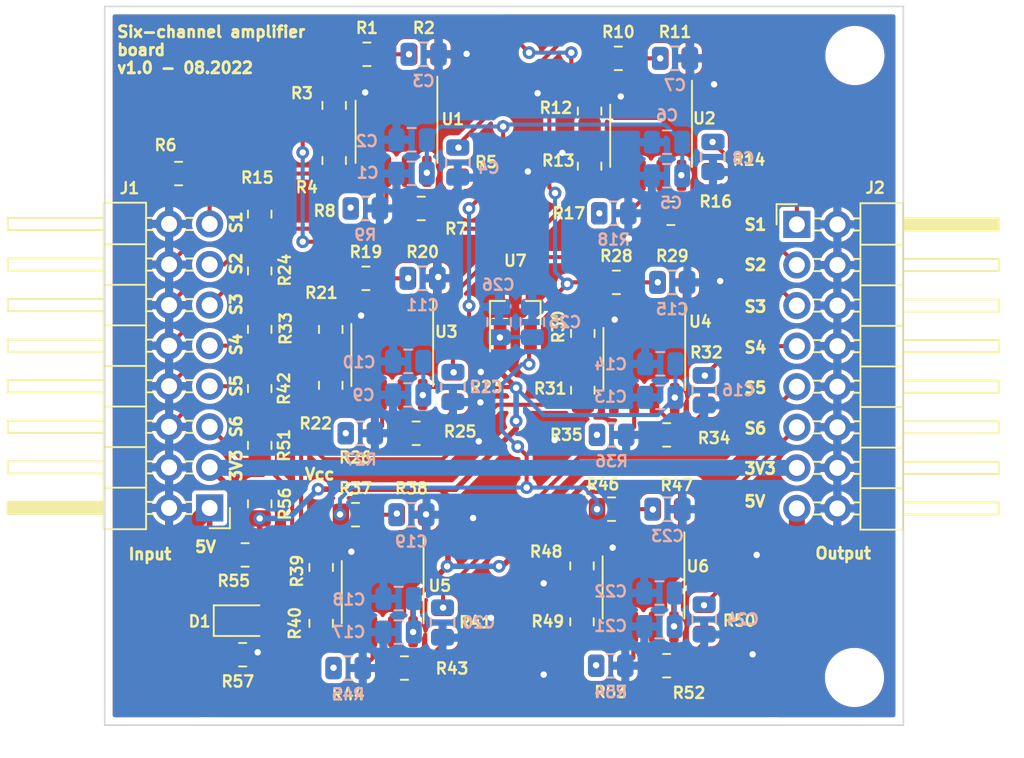
<source format=kicad_pcb>
(kicad_pcb (version 20211014) (generator pcbnew)
  (layers (0 "F.Cu" signal) (31 "B.Cu" signal) (34 "B.Paste" user) (35 "F.Paste" user) (36 "B.SilkS" user "B.Silkscreen") (37 "F.SilkS" user "F.Silkscreen") (38 "B.Mask" user) (39 "F.Mask" user) (44 "Edge.Cuts" user))
  (net 0 "")
  (net 1 "VCC")
  (net 2 "GND")
  (net 3 "Net-(C3-Pad1)")
  (net 4 "Net-(C15-Pad1)")
  (net 5 "+5V")
  (net 6 "+3V3")
  (net 7 "/S6i")
  (net 8 "/S5i")
  (net 9 "/S4i")
  (net 10 "/S3i")
  (net 11 "/S2i")
  (net 12 "/S1i")
  (net 13 "/S6o")
  (net 14 "/S5o")
  (net 15 "/S4o")
  (net 16 "/S3o")
  (net 17 "/S2o")
  (net 18 "/S1o")
  (net 19 "/V_ref")
  (net 20 "/sigcond1/V_ref'")
  (net 21 "Net-(R3-Pad2)")
  (net 22 "Net-(R5-Pad1)")
  (net 23 "Net-(R7-Pad1)")
  (net 24 "Net-(R8-Pad2)")
  (net 25 "/sigcond2/V_ref'")
  (net 26 "Net-(R12-Pad2)")
  (net 27 "Net-(R16-Pad1)")
  (net 28 "Net-(R14-Pad1)")
  (net 29 "Net-(R17-Pad2)")
  (net 30 "/sigcond3/V_ref'")
  (net 31 "Net-(R21-Pad2)")
  (net 32 "Net-(R25-Pad1)")
  (net 33 "Net-(R23-Pad1)")
  (net 34 "Net-(R26-Pad2)")
  (net 35 "/sigcond4/V_ref'")
  (net 36 "Net-(R30-Pad2)")
  (net 37 "Net-(R34-Pad1)")
  (net 38 "Net-(R32-Pad1)")
  (net 39 "Net-(R35-Pad2)")
  (net 40 "/sigcond5/V_ref'")
  (net 41 "Net-(R39-Pad2)")
  (net 42 "Net-(R43-Pad1)")
  (net 43 "Net-(R41-Pad1)")
  (net 44 "Net-(R44-Pad2)")
  (net 45 "/sigcond6/V_ref'")
  (net 46 "Net-(R48-Pad2)")
  (net 47 "Net-(R52-Pad1)")
  (net 48 "Net-(R50-Pad1)")
  (net 49 "Net-(R53-Pad2)")
  (net 50 "Net-(C7-Pad1)")
  (net 51 "Net-(C11-Pad1)")
  (net 52 "Net-(C19-Pad1)")
  (net 53 "Net-(C23-Pad1)")
  (net 54 "Net-(D1-Pad1)")
  (footprint "Resistor_SMD:R_0805_2012Metric" (layer "F.Cu") (at 42.3672 58.0644)
    (fp_text reference "R57")
    (fp_text value "TBD")
  )
  (footprint "MountingHole:MountingHole_3.2mm_M3" (layer "F.Cu") (at 80.6958 20.5486)
    (fp_text reference "REF**" hide)
    (fp_text value "MountingHole_3.2mm_M3")
  )
  (footprint "Resistor_SMD:R_0805_2012Metric" (layer "F.Cu") (at 68.9626 48.9514)
    (fp_text reference "R47")
    (fp_text value "TBD")
  )
  (footprint "Package_SO:SOIC-8_3.9x4.9mm_P1.27mm" (layer "F.Cu") (at 51.1316 54.1484 -90)
    (fp_text reference "U5")
    (fp_text value "Opamp_Dual")
  )
  (footprint "Resistor_SMD:R_0805_2012Metric" (layer "F.Cu") (at 43.434 48.6175 90)
    (fp_text reference "R56")
    (fp_text value "DNP")
  )
  (footprint "Resistor_SMD:R_0805_2012Metric" (layer "F.Cu") (at 63.6626 41.5026 90)
    (fp_text reference "R31")
    (fp_text value "TBD")
  )
  (footprint "Resistor_SMD:R_0805_2012Metric" (layer "F.Cu") (at 65.4094 58.7514 180)
    (fp_text reference "R53")
    (fp_text value "TBD")
  )
  (footprint "Resistor_SMD:R_0805_2012Metric" (layer "F.Cu") (at 47.2816 56.0984 90)
    (fp_text reference "R40")
    (fp_text value "TBD")
  )
  (footprint "Resistor_SMD:R_0805_2012Metric" (layer "F.Cu") (at 43.434 30.48 90)
    (fp_text reference "R15")
    (fp_text value "TBD")
  )
  (footprint "Resistor_SMD:R_0805_2012Metric" (layer "F.Cu") (at 38.354 27.94 180)
    (fp_text reference "R6")
    (fp_text value "TBD")
  )
  (footprint "Resistor_SMD:R_0805_2012Metric" (layer "F.Cu") (at 65.4626 48.9514)
    (fp_text reference "R46")
    (fp_text value "TBD")
  )
  (footprint "Resistor_SMD:R_0805_2012Metric" (layer "F.Cu") (at 47.8816 37.6984 -90)
    (fp_text reference "R21")
    (fp_text value "TBD")
  )
  (footprint "Resistor_SMD:R_0805_2012Metric" (layer "F.Cu") (at 65.4626 44.3014 180)
    (fp_text reference "R35")
    (fp_text value "TBD")
  )
  (footprint "Resistor_SMD:R_0805_2012Metric" (layer "F.Cu") (at 50.0816 34.4984)
    (fp_text reference "R19")
    (fp_text value "TBD")
  )
  (footprint "Resistor_SMD:R_0805_2012Metric" (layer "F.Cu") (at 65.6001 30.4264 180)
    (fp_text reference "R17")
    (fp_text value "TBD")
  )
  (footprint "Resistor_SMD:R_0805_2012Metric" (layer "F.Cu") (at 64.0876 24.0264 -90)
    (fp_text reference "R12")
    (fp_text value "TBD")
  )
  (footprint "Resistor_SMD:R_0805_2012Metric" (layer "F.Cu") (at 48.9691 58.8984 180)
    (fp_text reference "R44")
    (fp_text value "TBD")
  )
  (footprint "Resistor_SMD:R_0805_2012Metric" (layer "F.Cu") (at 63.6626 37.9485 -90)
    (fp_text reference "R30")
    (fp_text value "TBD")
  )
  (footprint "Resistor_SMD:R_0805_2012Metric" (layer "F.Cu") (at 71.2626 55.8514 90)
    (fp_text reference "R50")
    (fp_text value "0R")
  )
  (footprint "Package_TO_SOT_SMD:SOT-23_Handsoldering" (layer "F.Cu") (at 59.436 36.6776 90)
    (fp_text reference "U7")
    (fp_text value "MAX6035xxUR25")
  )
  (footprint "Package_SO:SOIC-8_3.9x4.9mm_P1.27mm" (layer "F.Cu") (at 67.9376 25.5764 -90)
    (fp_text reference "U2")
    (fp_text value "Opamp_Dual")
  )
  (footprint "Resistor_SMD:R_0805_2012Metric" (layer "F.Cu") (at 43.434 44.958 90)
    (fp_text reference "R51")
    (fp_text value "TBD")
  )
  (footprint "Package_SO:SOIC-8_3.9x4.9mm_P1.27mm" (layer "F.Cu") (at 67.5126 39.5514 -90)
    (fp_text reference "U4")
    (fp_text value "Opamp_Dual")
  )
  (footprint "Resistor_SMD:R_0805_2012Metric" (layer "F.Cu") (at 63.6126 52.5014 -90)
    (fp_text reference "R48")
    (fp_text value "TBD")
  )
  (footprint "Resistor_SMD:R_0805_2012Metric" (layer "F.Cu") (at 69.2626 34.7514)
    (fp_text reference "R29")
    (fp_text value "TBD")
  )
  (footprint "Resistor_SMD:R_0805_2012Metric" (layer "F.Cu") (at 43.434 37.6955 90)
    (fp_text reference "R33")
    (fp_text value "TBD")
  )
  (footprint "Resistor_SMD:R_0805_2012Metric" (layer "F.Cu") (at 53.6316 34.4984)
    (fp_text reference "R20")
    (fp_text value "TBD")
  )
  (footprint "Connector_PinHeader_2.54mm:PinHeader_2x08_P2.54mm_Horizontal" (layer "F.Cu") (at 40.3 48.875 180)
    (fp_text reference "J1")
    (fp_text value "Conn_02x08_Odd_Even")
  )
  (footprint "Package_SO:SOIC-8_3.9x4.9mm_P1.27mm" (layer "F.Cu") (at 51.7316 39.2984 -90)
    (fp_text reference "U3")
    (fp_text value "Opamp_Dual")
  )
  (footprint "Resistor_SMD:R_0805_2012Metric" (layer "F.Cu") (at 47.2816 52.5984 -90)
    (fp_text reference "R39")
    (fp_text value "TBD")
  )
  (footprint "Resistor_SMD:R_0805_2012Metric" (layer "F.Cu") (at 68.9126 44.3014)
    (fp_text reference "R34")
    (fp_text value "TBD")
  )
  (footprint "Resistor_SMD:R_0805_2012Metric" (layer "F.Cu") (at 47.8816 41.1984 90)
    (fp_text reference "R22")
    (fp_text value "TBD")
  )
  (footprint "Resistor_SMD:R_0805_2012Metric" (layer "F.Cu") (at 53.5466 30.1234)
    (fp_text reference "R7")
    (fp_text value "TBD")
  )
  (footprint "Resistor_SMD:R_0805_2012Metric" (layer "F.Cu") (at 69.4376 20.7264)
    (fp_text reference "R11")
    (fp_text value "TBD")
  )
  (footprint "Resistor_SMD:R_0805_2012Metric" (layer "F.Cu") (at 48.0966 23.6734 -90)
    (fp_text reference "R3")
    (fp_text value "TBD")
  )
  (footprint "Resistor_SMD:R_0805_2012Metric" (layer "F.Cu") (at 71.7876 26.8764 90)
    (fp_text reference "R14")
    (fp_text value "0R")
  )
  (footprint "Resistor_SMD:R_0805_2012Metric" (layer "F.Cu") (at 50.0466 30.1234 180)
    (fp_text reference "R8")
    (fp_text value "TBD")
  )
  (footprint "Package_SO:SOIC-8_3.9x4.9mm_P1.27mm" (layer "F.Cu") (at 51.9966 25.3234 -90)
    (fp_text reference "U1")
    (fp_text value "Opamp_Dual")
  )
  (footprint "Resistor_SMD:R_0805_2012Metric" (layer "F.Cu") (at 43.434 34.036 90)
    (fp_text reference "R24")
    (fp_text value "TBD")
  )
  (footprint "Resistor_SMD:R_0805_2012Metric" (layer "F.Cu") (at 54.8816 56.0484 90)
    (fp_text reference "R41")
    (fp_text value "0R")
  )
  (footprint "Resistor_SMD:R_0805_2012Metric" (layer "F.Cu") (at 55.5316 41.2984 90)
    (fp_text reference "R23")
    (fp_text value "0R")
  )
  (footprint "Resistor_SMD:R_0805_2012Metric" (layer "F.Cu") (at 55.8466 27.2234 90)
    (fp_text reference "R5")
    (fp_text value "0R")
  )
  (footprint "Resistor_SMD:R_0805_2012Metric" (layer "F.Cu") (at 48.0966 27.1234 90)
    (fp_text reference "R4")
    (fp_text value "TBD")
  )
  (footprint "Resistor_SMD:R_0805_2012Metric" (layer "F.Cu") (at 43.434 41.402 90)
    (fp_text reference "R42")
    (fp_text value "TBD")
  )
  (footprint "Resistor_SMD:R_0805_2012Metric" (layer "F.Cu") (at 49.4316 49.2984)
    (fp_text reference "R37")
    (fp_text value "TBD")
  )
  (footprint "Resistor_SMD:R_0805_2012Metric" (layer "F.Cu") (at 52.9316 49.2984)
    (fp_text reference "R38")
    (fp_text value "TBD")
  )
  (footprint "Resistor_SMD:R_0805_2012Metric" (layer "F.Cu") (at 50.1466 20.4734)
    (fp_text reference "R1")
    (fp_text value "TBD")
  )
  (footprint "Resistor_SMD:R_0805_2012Metric" (layer "F.Cu") (at 64.0876 27.4764 90)
    (fp_text reference "R13")
    (fp_text value "TBD")
  )
  (footprint "Resistor_SMD:R_0805_2012Metric" (layer "F.Cu") (at 71.2626 41.5014 90)
    (fp_text reference "R32")
    (fp_text value "0R")
  )
  (footprint "Resistor_SMD:R_0805_2012Metric" (layer "F.Cu") (at 65.7626 34.7514)
    (fp_text reference "R28")
    (fp_text value "TBD")
  )
  (footprint "Resistor_SMD:R_0805_2012Metric" (layer "F.Cu") (at 69.1751 30.4264)
    (fp_text reference "R16")
    (fp_text value "TBD")
  )
  (footprint "Resistor_SMD:R_0805_2012Metric" (layer "F.Cu") (at 49.7316 44.1984 180)
    (fp_text reference "R26")
    (fp_text value "TBD")
  )
  (footprint "Resistor_SMD:R_0805_2012Metric" (layer "F.Cu") (at 52.4941 58.8984)
    (fp_text reference "R43")
    (fp_text value "TBD")
  )
  (footprint "Resistor_SMD:R_0805_2012Metric" (layer "F.Cu") (at 68.9126 58.7514)
    (fp_text reference "R52")
    (fp_text value "TBD")
  )
  (footprint "MountingHole:MountingHole_3.2mm_M3" (layer "F.Cu") (at 80.6704 59.4868)
    (fp_text reference "REF**" hide)
    (fp_text value "MountingHole_3.2mm_M3")
  )
  (footprint "Resistor_SMD:R_0805_2012Metric" (layer "F.Cu") (at 53.2316 44.1984)
    (fp_text reference "R25")
    (fp_text value "TBD")
  )
  (footprint "Resistor_SMD:R_0805_2012Metric" (layer "F.Cu") (at 42.5215 51.816 180)
    (fp_text reference "R55")
    (fp_text value "0R")
  )
  (footprint "Resistor_SMD:R_0805_2012Metric" (layer "F.Cu") (at 53.7091 20.4734)
    (fp_text reference "R2")
    (fp_text value "TBD")
  )
  (footprint "Connector_PinHeader_2.54mm:PinHeader_2x08_P2.54mm_Horizontal" (layer "F.Cu") (at 77.0636 31.125)
    (fp_text reference "J2")
    (fp_text value "Conn_02x08_Odd_Even")
  )
  (footprint "Resistor_SMD:R_0805_2012Metric" (layer "F.Cu") (at 63.6126 56.0014 90)
    (fp_text reference "R49")
    (fp_text value "TBD")
  )
  (footprint "Package_SO:SOIC-8_3.9x4.9mm_P1.27mm" (layer "F.Cu") (at 67.4626 53.8514 -90)
    (fp_text reference "U6")
    (fp_text value "Opamp_Dual")
  )
  (footprint "LED_SMD:LED_0805_2012Metric_Pad1.15x1.40mm_HandSolder" (layer "F.Cu") (at 42.418 55.9308)
    (fp_text reference "D1")
    (fp_text value "LED")
  )
  (footprint "Resistor_SMD:R_0805_2012Metric" (layer "F.Cu") (at 65.8876 20.7264)
    (fp_text reference "R10")
    (fp_text value "TBD")
  )
  (footprint "Resistor_SMD:R_0805_2012Metric" (layer "B.Cu") (at 65.4126 58.7514)
    (fp_text reference "R54")
    (fp_text value "TBD")
  )
  (footprint "Resistor_SMD:R_0805_2012Metric" (layer "B.Cu") (at 48.9691 58.8984)
    (fp_text reference "R45")
    (fp_text value "TBD")
  )
  (footprint "Capacitor_SMD:C_0805_2012Metric" (layer "B.Cu") (at 54.8816 56.0484 -90)
    (fp_text reference "C20")
    (fp_text value "TBD")
  )
  (footprint "Capacitor_SMD:C_0805_2012Metric" (layer "B.Cu") (at 55.5316 41.2984 -90)
    (fp_text reference "C12")
    (fp_text value "TBD")
  )
  (footprint "Capacitor_SMD:C_0805_2012Metric" (layer "B.Cu") (at 68.4626 54.2014 180)
    (fp_text reference "C22")
    (fp_text value "1uF")
  )
  (footprint "Capacitor_SMD:C_0805_2012Metric" (layer "B.Cu") (at 68.5126 39.8514 180)
    (fp_text reference "C14")
    (fp_text value "1uF")
  )
  (footprint "Capacitor_SMD:C_0805_2012Metric" (layer "B.Cu") (at 52.7316 41.7984 180)
    (fp_text reference "C9")
    (fp_text value "100nF")
  )
  (footprint "Capacitor_SMD:C_0805_2012Metric" (layer "B.Cu") (at 52.9466 25.8234 180)
    (fp_text reference "C2")
    (fp_text value "1uF")
  )
  (footprint "Resistor_SMD:R_0805_2012Metric" (layer "B.Cu") (at 65.6001 30.4264)
    (fp_text reference "R18")
    (fp_text value "TBD")
  )
  (footprint "Capacitor_SMD:C_0805_2012Metric" (layer "B.Cu") (at 69.2626 34.7514)
    (fp_text reference "C15")
    (fp_text value "100nF")
  )
  (footprint "Capacitor_SMD:C_0805_2012Metric" (layer "B.Cu") (at 53.6316 34.4984)
    (fp_text reference "C11")
    (fp_text value "100nF")
  )
  (footprint "Capacitor_SMD:C_0805_2012Metric" (layer "B.Cu") (at 68.9626 48.9514)
    (fp_text reference "C23")
    (fp_text value "100nF")
  )
  (footprint "Capacitor_SMD:C_0805_2012Metric" (layer "B.Cu") (at 71.2626 41.5014 -90)
    (fp_text reference "C16")
    (fp_text value "TBD")
  )
  (footprint "Capacitor_SMD:C_0805_2012Metric" (layer "B.Cu") (at 68.9376 28.0764 180)
    (fp_text reference "C5")
    (fp_text value "100nF")
  )
  (footprint "Capacitor_SMD:C_0805_2012Metric" (layer "B.Cu") (at 68.9376 25.9764 180)
    (fp_text reference "C6")
    (fp_text value "1uF")
  )
  (footprint "Capacitor_SMD:C_0805_2012Metric" (layer "B.Cu") (at 60.5028 37.2364 90)
    (fp_text reference "C25")
    (fp_text value "1uF")
  )
  (footprint "Capacitor_SMD:C_0805_2012Metric" (layer "B.Cu") (at 52.9316 49.2984)
    (fp_text reference "C19")
    (fp_text value "100nF")
  )
  (footprint "Capacitor_SMD:C_0805_2012Metric" (layer "B.Cu") (at 52.9466 27.9234 180)
    (fp_text reference "C1")
    (fp_text value "100nF")
  )
  (footprint "Capacitor_SMD:C_0805_2012Metric" (layer "B.Cu") (at 71.8126 26.9014 -90)
    (fp_text reference "C8")
    (fp_text value "TBD")
  )
  (footprint "Capacitor_SMD:C_0805_2012Metric" (layer "B.Cu") (at 52.7316 39.6984 180)
    (fp_text reference "C10")
    (fp_text value "1uF")
  )
  (footprint "Capacitor_SMD:C_0805_2012Metric" (layer "B.Cu") (at 58.42 37.2364 90)
    (fp_text reference "C26")
    (fp_text value "100nF")
  )
  (footprint "Capacitor_SMD:C_0805_2012Metric" (layer "B.Cu") (at 71.2626 55.8514 -90)
    (fp_text reference "C24")
    (fp_text value "TBD")
  )
  (footprint "Capacitor_SMD:C_0805_2012Metric" (layer "B.Cu") (at 68.5126 41.9514 180)
    (fp_text reference "C13")
    (fp_text value "100nF")
  )
  (footprint "Capacitor_SMD:C_0805_2012Metric" (layer "B.Cu") (at 52.1316 56.6484 180)
    (fp_text reference "C17")
    (fp_text value "100nF")
  )
  (footprint "Capacitor_SMD:C_0805_2012Metric" (layer "B.Cu") (at 53.6966 20.4734)
    (fp_text reference "C3")
    (fp_text value "100nF")
  )
  (footprint "Capacitor_SMD:C_0805_2012Metric" (layer "B.Cu") (at 55.8316 27.2484 -90)
    (fp_text reference "C4")
    (fp_text value "TBD")
  )
  (footprint "Resistor_SMD:R_0805_2012Metric" (layer "B.Cu") (at 65.4626 44.3014)
    (fp_text reference "R36")
    (fp_text value "TBD")
  )
  (footprint "Resistor_SMD:R_0805_2012Metric" (layer "B.Cu") (at 49.7316 44.1984)
    (fp_text reference "R27")
    (fp_text value "TBD")
  )
  (footprint "Capacitor_SMD:C_0805_2012Metric" (layer "B.Cu") (at 69.4376 20.7264)
    (fp_text reference "C7")
    (fp_text value "100nF")
  )
  (footprint "Resistor_SMD:R_0805_2012Metric" (layer "B.Cu") (at 50.0466 30.1234)
    (fp_text reference "R9")
    (fp_text value "TBD")
  )
  (footprint "Capacitor_SMD:C_0805_2012Metric" (layer "B.Cu") (at 68.4626 56.3014 180)
    (fp_text reference "C21")
    (fp_text value "100nF")
  )
  (footprint "Capacitor_SMD:C_0805_2012Metric" (layer "B.Cu") (at 52.1316 54.5484 180)
    (fp_text reference "C18")
    (fp_text value "1uF")
  )
  (gr_rect (start 33.7312 17.4752) (end 83.7312 62.4752) (layer "Edge.Cuts") (width 0.1) (fill none))
  (gr_text "Input" (at 35.1282 51.7652) (layer "F.SilkS") (effects (font (size 0.7 0.7) (thickness 0.175)) (justify left)))
  (gr_text "S3" (at 73.6854 36.2712) (layer "F.SilkS") (effects (font (size 0.7 0.7) (thickness 0.175)) (justify left)))
  (gr_text "S1" (at 73.6854 31.1404) (layer "F.SilkS") (effects (font (size 0.7 0.7) (thickness 0.175)) (justify left)))
  (gr_text "S4" (at 41.9608 39.4208 90) (layer "F.SilkS") (effects (font (size 0.7 0.7) (thickness 0.175)) (justify left)))
  (gr_text "S3" (at 41.9608 36.9062 90) (layer "F.SilkS") (effects (font (size 0.7 0.7) (thickness 0.175)) (justify left)))
  (gr_text "S4" (at 73.6854 38.8366) (layer "F.SilkS") (effects (font (size 0.7 0.7) (thickness 0.175)) (justify left)))
  (gr_text "S2" (at 73.6854 33.655) (layer "F.SilkS") (effects (font (size 0.7 0.7) (thickness 0.175)) (justify left)))
  (gr_text "S6" (at 73.6854 43.8912) (layer "F.SilkS") (effects (font (size 0.7 0.7) (thickness 0.175)) (justify left)))
  (gr_text "3V3" (at 41.9608 47.2948 90) (layer "F.SilkS") (effects (font (size 0.7 0.7) (thickness 0.175)) (justify left)))
  (gr_text "5V" (at 73.6854 48.4632) (layer "F.SilkS") (effects (font (size 0.7 0.7) (thickness 0.175)) (justify left)))
  (gr_text "S2" (at 41.9608 34.3662 90) (layer "F.SilkS") (effects (font (size 0.7 0.7) (thickness 0.175)) (justify left)))
  (gr_text "Output" (at 78.1304 51.7144) (layer "F.SilkS") (effects (font (size 0.7 0.7) (thickness 0.175)) (justify left)))
  (gr_text "S5" (at 41.9608 42.0116 90) (layer "F.SilkS") (effects (font (size 0.7 0.7) (thickness 0.175)) (justify left)))
  (gr_text "Six-channel amplifier \nboard\nv1.0 - 08.2022" (at 34.417 20.193) (layer "F.SilkS") (effects (font (size 0.7 0.7) (thickness 0.175)) (justify left)))
  (gr_text "5V" (at 39.2938 51.308) (layer "F.SilkS") (effects (font (size 0.7 0.7) (thickness 0.175)) (justify left)))
  (gr_text "S1" (at 41.9608 31.7754 90) (layer "F.SilkS") (effects (font (size 0.7 0.7) (thickness 0.175)) (justify left)))
  (gr_text "S6" (at 41.9608 44.5516 90) (layer "F.SilkS") (effects (font (size 0.7 0.7) (thickness 0.175)) (justify left)))
  (gr_text "Vcc" (at 46.1772 46.7614) (layer "F.SilkS") (effects (font (size 0.7 0.7) (thickness 0.175)) (justify left)))
  (gr_text "S5" (at 73.6854 41.3512) (layer "F.SilkS") (effects (font (size 0.7 0.7) (thickness 0.175)) (justify left)))
  (gr_text "3V3" (at 73.6854 46.4058) (layer "F.SilkS") (effects (font (size 0.7 0.7) (thickness 0.175)) (justify left)))
  (segment (start 59.436 41.3004) (end 54.1528 41.3004) (width 0.254) (layer "F.Cu") (net 1))
  (segment (start 59.4868 41.3512) (end 59.436 41.3004) (width 0.254) (layer "F.Cu") (net 1))
  (segment (start 43.434 55.9218) (end 43.443 55.9308) (width 0.35) (layer "F.Cu") (net 1))
  (segment (start 70.7136 47.2948) (end 71.1708 47.752) (width 0.35) (layer "F.Cu") (net 1))
  (segment (start 54.1528 41.3004) (end 53.6448 41.8084) (width 0.254) (layer "F.Cu") (net 1))
  (segment (start 58.42 52.5272) (end 58.6232 52.5272) (width 0.35) (layer "F.Cu") (net 1))
  (segment (start 58.674 24.9936) (end 58.674 27.9908) (width 0.254) (layer "F.Cu") (net 1))
  (segment (start 59.4868 43.9166) (end 55.7022 47.7012) (width 0.35) (layer "F.Cu") (net 1))
  (segment (start 56.5404 38.4048) (end 59.4868 41.3512) (width 0.254) (layer "F.Cu") (net 1))
  (segment (start 71.1708 47.752) (end 71.1708 52.4256) (width 0.35) (layer "F.Cu") (net 1))
  (segment (start 58.674 27.9908) (end 56.5404 30.1244) (width 0.254) (layer "F.Cu") (net 1))
  (segment (start 43.434 51.816) (end 43.434 55.9218) (width 0.35) (layer "F.Cu") (net 1))
  (segment (start 55.2196 52.4764) (end 55.1688 52.5272) (width 0.35) (layer "F.Cu") (net 1))
  (segment (start 55.2196 48.1584) (end 55.2196 52.4764) (width 0.35) (layer "F.Cu") (net 1))
  (segment (start 59.4868 43.434) (end 59.4868 43.9166) (width 0.35) (layer "F.Cu") (net 1))
  (segment (start 55.1688 52.5272) (end 53.0366 54.6594) (width 0.35) (layer "F.Cu") (net 1))
  (segment (start 58.486 38.1776) (end 58.486 40.3504) (width 0.35) (layer "F.Cu") (net 1))
  (segment (start 69.3718 54.2246) (end 69.3718 56.2854) (width 0.35) (layer "F.Cu") (net 1))
  (segment (start 54.7624 47.7012) (end 55.2196 48.1584) (width 0.35) (layer "F.Cu") (net 1))
  (segment (start 71.1708 52.4256) (end 69.3718 54.2246) (width 0.35) (layer "F.Cu") (net 1))
  (segment (start 63.8556 47.2948) (end 70.7136 47.2948) (width 0.35) (layer "F.Cu") (net 1))
  (segment (start 43.434 49.53) (end 43.434 51.816) (width 0.35) (layer "F.Cu") (net 1))
  (segment (start 56.5404 36.2204) (end 56.5404 38.4048) (width 0.254) (layer "F.Cu") (net 1))
  (segment (start 53.0366 54.6594) (end 53.0366 56.6234) (width 0.35) (layer "F.Cu") (net 1))
  (segment (start 58.6232 52.5272) (end 63.8556 47.2948) (width 0.35) (layer "F.Cu") (net 1))
  (segment (start 55.7022 47.7012) (end 54.7624 47.7012) (width 0.35) (layer "F.Cu") (net 1))
  (segment (start 47.0916 47.7012) (end 54.7624 47.7012) (width 0.35) (layer "F.Cu") (net 1))
  (segment (start 58.486 40.3504) (end 59.4868 41.3512) (width 0.35) (layer "F.Cu") (net 1))
  (via (at 58.42 52.5272) (size 0.8) (drill 0.4) (layers "F.Cu" "B.Cu") (net 1))
  (via (at 59.4868 41.3512) (size 0.8) (drill 0.4) (layers "F.Cu" "B.Cu") (net 1))
  (via (at 47.0916 47.7012) (size 0.8) (drill 0.4) (layers "F.Cu" "B.Cu") (net 1))
  (via (at 53.8988 27.8892) (size 0.8) (drill 0.4) (layers "F.Cu" "B.Cu") (net 1))
  (via (at 53.0352 56.642) (size 0.8) (drill 0.4) (layers "F.Cu" "B.Cu") (net 1))
  (via (at 55.1688 52.5272) (size 0.8) (drill 0.4) (layers "F.Cu" "B.Cu") (net 1))
  (via (at 58.4708 38.2016) (size 0.8) (drill 0.4) (layers "F.Cu" "B.Cu") (net 1))
  (via (at 58.674 24.9936) (size 0.8) (drill 0.4) (layers "F.Cu" "B.Cu") (net 1))
  (via (at 56.5404 30.1244) (size 0.8) (drill 0.4) (layers "F.Cu" "B.Cu") (net 1))
  (via (at 43.434 49.53) (size 0.8) (drill 0.4) (layers "F.Cu" "B.Cu") (net 1))
  (via (at 69.4226 41.9598) (size 0.8) (drill 0.4) (layers "F.Cu" "B.Cu") (net 1))
  (via (at 59.4868 43.434) (size 0.8) (drill 0.4) (layers "F.Cu" "B.Cu") (net 1))
  (via (at 56.5404 36.2204) (size 0.8) (drill 0.4) (layers "F.Cu" "B.Cu") (net 1))
  (via (at 69.3718 56.2854) (size 0.8) (drill 0.4) (layers "F.Cu" "B.Cu") (net 1))
  (via (at 53.6448 41.8084) (size 0.8) (drill 0.4) (layers "F.Cu" "B.Cu") (net 1))
  (via (at 69.829 28.0406) (size 0.8) (drill 0.4) (layers "F.Cu" "B.Cu") (net 1))
  (segment (start 53.8966 25.8234) (end 53.8966 27.9234) (width 0.254) (layer "B.Cu") (net 1))
  (segment (start 69.4626 41.9198) (end 69.4226 41.9598) (width 0.254) (layer "B.Cu") (net 1))
  (segment (start 55.1688 52.5272) (end 58.42 52.5272) (width 0.35) (layer "B.Cu") (net 1))
  (segment (start 59.4868 41.3512) (end 59.4868 43.434) (width 0.35) (layer "B.Cu") (net 1))
  (segment (start 53.0816 56.5956) (end 53.0352 56.642) (width 0.254) (layer "B.Cu") (net 1))
  (segment (start 45.2628 49.53) (end 47.0916 47.7012) (width 0.35) (layer "B.Cu") (net 1))
  (segment (start 58.674 24.9936) (end 58.7972 24.8704) (width 0.254) (layer "B.Cu") (net 1))
  (segment (start 69.4626 39.8514) (end 69.4626 41.9198) (width 0.254) (layer "B.Cu") (net 1))
  (segment (start 68.7816 24.8704) (end 69.8876 25.9764) (width 0.254) (layer "B.Cu") (net 1))
  (segment (start 69.4126 56.2446) (end 69.3718 56.2854) (width 0.254) (layer "B.Cu") (net 1))
  (segment (start 43.434 49.53) (end 45.2628 49.53) (width 0.35) (layer "B.Cu") (net 1))
  (segment (start 54.7264 24.9936) (end 58.674 24.9936) (width 0.254) (layer "B.Cu") (net 1))
  (segment (start 53.0816 54.5484) (end 53.0816 56.5956) (width 0.254) (layer "B.Cu") (net 1))
  (segment (start 60.5028 38.1864) (end 58.486 38.1864) (width 0.254) (layer "B.Cu") (net 1))
  (segment (start 69.8876 25.9764) (end 69.8876 28.0764) (width 0.254) (layer "B.Cu") (net 1))
  (segment (start 56.5404 36.2204) (end 56.5404 30.1244) (width 0.254) (layer "B.Cu") (net 1))
  (segment (start 58.7972 24.8704) (end 68.7816 24.8704) (width 0.254) (layer "B.Cu") (net 1))
  (segment (start 59.4868 41.3512) (end 61.193 43.0574) (width 0.254) (layer "B.Cu") (net 1))
  (segment (start 68.3566 43.0574) (end 69.4626 41.9514) (width 0.254) (layer "B.Cu") (net 1))
  (segment (start 53.6816 39.6984) (end 53.6816 41.7984) (width 0.254) (layer "B.Cu") (net 1))
  (segment (start 53.8966 25.8234) (end 54.7264 24.9936) (width 0.254) (layer "B.Cu") (net 1))
  (segment (start 69.4126 54.2014) (end 69.4126 56.2446) (width 0.254) (layer "B.Cu") (net 1))
  (segment (start 61.193 43.0574) (end 68.3566 43.0574) (width 0.254) (layer "B.Cu") (net 1))
  (segment (start 58.486 38.1864) (end 58.4708 38.2016) (width 0.254) (layer "B.Cu") (net 1))
  (segment (start 37.76 28.2585) (end 37.76 31.095) (width 0.254) (layer "F.Cu") (net 2))
  (segment (start 40.7988 34.944) (end 42.6193 33.1235) (width 0.254) (layer "F.Cu") (net 2))
  (segment (start 38.991 40.024) (end 42.9685 40.024) (width 0.254) (layer "F.Cu") (net 2))
  (segment (start 37.76 33.635) (end 39.025793 32.369207) (width 0.254) (layer "F.Cu") (net 2))
  (segment (start 37.76 36.175) (end 38.991 34.944) (width 0.254) (layer "F.Cu") (net 2))
  (segment (start 37.4415 27.94) (end 37.76 28.2585) (width 0.254) (layer "F.Cu") (net 2))
  (segment (start 38.991 37.484) (end 42.733 37.484) (width 0.254) (layer "F.Cu") (net 2))
  (segment (start 43.434 29.787631) (end 43.434 29.5675) (width 0.254) (layer "F.Cu") (net 2))
  (segment (start 38.991 34.944) (end 40.7988 34.944) (width 0.254) (layer "F.Cu") (net 2))
  (segment (start 42.733 37.484) (end 43.434 36.783) (width 0.254) (layer "F.Cu") (net 2))
  (segment (start 37.76 41.255) (end 38.991 40.024) (width 0.254) (layer "F.Cu") (net 2))
  (segment (start 40.852424 32.369207) (end 43.434 29.787631) (width 0.254) (layer "F.Cu") (net 2))
  (segment (start 37.76 43.795) (end 38.991 42.564) (width 0.254) (layer "F.Cu") (net 2))
  (segment (start 42.6193 33.1235) (end 43.434 33.1235) (width 0.254) (layer "F.Cu") (net 2))
  (segment (start 39.025793 32.369207) (end 40.852424 32.369207) (width 0.254) (layer "F.Cu") (net 2))
  (segment (start 37.76 38.715) (end 38.991 37.484) (width 0.254) (layer "F.Cu") (net 2))
  (segment (start 38.991 42.564) (end 41.9525 42.564) (width 0.254) (layer "F.Cu") (net 2))
  (segment (start 41.9525 42.564) (end 43.434 44.0455) (width 0.254) (layer "F.Cu") (net 2))
  (segment (start 42.9685 40.024) (end 43.434 40.4895) (width 0.254) (layer "F.Cu") (net 2))
  (via (at 43.307 57.912) (size 0.8) (drill 0.4) (layers "F.Cu" "B.Cu") (net 2))
  (via (at 57.912 55.753) (size 0.8) (drill 0.4) (layers "F.Cu" "B.Cu") (net 2))
  (via (at 49.784 36.83) (size 0.8) (drill 0.4) (layers "F.Cu" "B.Cu") (net 2))
  (via (at 57.2516 42.2656) (size 0.8) (drill 0.4) (layers "F.Cu" "B.Cu") (net 2))
  (via (at 57.15 44.704) (size 0.8) (drill 0.4) (layers "F.Cu" "B.Cu") (net 2))
  (via (at 74.549 51.816) (size 0.8) (drill 0.4) (layers "F.Cu" "B.Cu") (net 2))
  (via (at 56.7944 49.5046) (size 0.8) (drill 0.4) (layers "F.Cu" "B.Cu") (net 2))
  (via (at 49.1744 51.6128) (size 0.8) (drill 0.4) (layers "F.Cu" "B.Cu") (net 2))
  (via (at 61.8998 44.6278) (size 0.8) (drill 0.4) (layers "F.Cu" "B.Cu") (net 2))
  (via (at 74.295 58.039) (size 0.8) (drill 0.4) (layers "F.Cu" "B.Cu") (net 2))
  (via (at 57.277 40.3606) (size 0.8) (drill 0.4) (layers "F.Cu" "B.Cu") (net 2))
  (via (at 56.388 20.447) (size 0.8) (drill 0.4) (layers "F.Cu" "B.Cu") (net 2))
  (via (at 62.3824 26.6446) (size 0.8) (drill 0.4) (layers "F.Cu" "B.Cu") (net 2))
  (via (at 61.214 53.594) (size 0.8) (drill 0.4) (layers "F.Cu" "B.Cu") (net 2))
  (via (at 54.61 34.417) (size 0.8) (drill 0.4) (layers "F.Cu" "B.Cu") (net 2))
  (via (at 66.04 23.114) (size 0.8) (drill 0.4) (layers "F.Cu" "B.Cu") (net 2))
  (via (at 65.659 37.084) (size 0.8) (drill 0.4) (layers "F.Cu" "B.Cu") (net 2))
  (via (at 60.833 22.9108) (size 0.8) (drill 0.4) (layers "F.Cu" "B.Cu") (net 2))
  (via (at 60.2234 27.813) (size 0.8) (drill 0.4) (layers "F.Cu" "B.Cu") (net 2))
  (via (at 71.882 22.352) (size 0.8) (drill 0.4) (layers "F.Cu" "B.Cu") (net 2))
  (via (at 53.848 49.276) (size 0.8) (drill 0.4) (layers "F.Cu" "B.Cu") (net 2))
  (via (at 66.548 32.004) (size 0.8) (drill 0.4) (layers "F.Cu" "B.Cu") (net 2))
  (via (at 50.038 22.86) (size 0.8) (drill 0.4) (layers "F.Cu" "B.Cu") (net 2))
  (via (at 65.532 51.3588) (size 0.8) (drill 0.4) (layers "F.Cu" "B.Cu") (net 2))
  (via (at 72.263 34.671) (size 0.8) (drill 0.4) (layers "F.Cu" "B.Cu") (net 2))
  (via (at 61.214 59.309) (size 0.8) (drill 0.4) (layers "F.Cu" "B.Cu") (net 2))
  (segment (start 51.3616 20.7759) (end 51.3616 22.8484) (width 0.3) (layer "F.Cu") (net 3))
  (segment (start 51.3616 20.7759) (end 51.0591 20.4734) (width 0.3) (layer "F.Cu") (net 3))
  (segment (start 51.0601 20.4724) (end 51.0591 20.4734) (width 0.254) (layer "F.Cu") (net 3))
  (segment (start 52.7812 20.4724) (end 51.0601 20.4724) (width 0.254) (layer "F.Cu") (net 3))
  (via (at 52.7812 20.4724) (size 0.8) (drill 0.4) (layers "F.Cu" "B.Cu") (net 3))
  (segment (start 66.6751 34.7514) (end 66.8776 34.9539) (width 0.254) (layer "F.Cu") (net 4))
  (segment (start 66.8776 34.9539) (end 66.8776 37.0764) (width 0.254) (layer "F.Cu") (net 4))
  (segment (start 66.6751 34.7514) (end 68.3501 34.7514) (width 0.254) (layer "F.Cu") (net 4))
  (via (at 68.3558 34.7462) (size 0.8) (drill 0.4) (layers "F.Cu" "B.Cu") (net 4))
  (segment (start 77.0636 59.4868) (end 75.0824 61.468) (width 1) (layer "F.Cu") (net 5))
  (segment (start 39.2684 60.2488) (end 39.2684 49.9066) (width 1) (layer "F.Cu") (net 5))
  (segment (start 77.0636 48.905) (end 77.0636 59.4868) (width 1) (layer "F.Cu") (net 5))
  (segment (start 40.3 50.507) (end 41.609 51.816) (width 0.35) (layer "F.Cu") (net 5))
  (segment (start 40.3 48.875) (end 40.3 50.507) (width 0.35) (layer "F.Cu") (net 5))
  (segment (start 75.0824 61.468) (end 40.4876 61.468) (width 1) (layer "F.Cu") (net 5))
  (segment (start 39.2684 49.9066) (end 40.3 48.875) (width 1) (layer "F.Cu") (net 5))
  (segment (start 40.4876 61.468) (end 39.2684 60.2488) (width 1) (layer "F.Cu") (net 5))
  (segment (start 41.67 47.705) (end 43.434 47.705) (width 0.35) (layer "F.Cu") (net 6))
  (segment (start 40.3 46.335) (end 41.67 47.705) (width 0.35) (layer "F.Cu") (net 6))
  (segment (start 77.0636 46.365) (end 40.33 46.365) (width 1) (layer "B.Cu") (net 6))
  (segment (start 40.33 46.365) (end 40.3 46.335) (width 1) (layer "B.Cu") (net 6))
  (segment (start 42.3755 45.8705) (end 43.434 45.8705) (width 0.254) (layer "F.Cu") (net 7))
  (segment (start 60.0785 56.9139) (end 63.6126 56.9139) (width 0.254) (layer "F.Cu") (net 7))
  (segment (start 40.3 43.795) (end 42.3755 45.8705) (width 0.254) (layer "F.Cu") (net 7))
  (segment (start 56.4388 60.5536) (end 60.0785 56.9139) (width 0.254) (layer "F.Cu") (net 7))
  (segment (start 46.5328 60.5536) (end 56.4388 60.5536) (width 0.254) (layer "F.Cu") (net 7))
  (segment (start 43.434 45.8705) (end 45.466 47.9025) (width 0.254) (layer "F.Cu") (net 7))
  (segment (start 45.466 59.4868) (end 46.5328 60.5536) (width 0.254) (layer "F.Cu") (net 7))
  (segment (start 45.466 47.9025) (end 45.466 59.4868) (width 0.254) (layer "F.Cu") (net 7))
  (segment (start 43.434 42.3145) (end 46.0248 44.9053) (width 0.254) (layer "F.Cu") (net 8))
  (segment (start 46.0248 44.9053) (end 46.0248 55.7541) (width 0.254) (layer "F.Cu") (net 8))
  (segment (start 40.3 41.255) (end 42.3745 41.255) (width 0.254) (layer "F.Cu") (net 8))
  (segment (start 42.3745 41.255) (end 43.434 42.3145) (width 0.254) (layer "F.Cu") (net 8))
  (segment (start 46.0248 55.7541) (end 47.2816 57.0109) (width 0.254) (layer "F.Cu") (net 8))
  (segment (start 43.327 38.715) (end 43.434 38.608) (width 0.254) (layer "F.Cu") (net 9))
  (segment (start 54.8894 45.8216) (end 58.2959 42.4151) (width 0.254) (layer "F.Cu") (net 9))
  (segment (start 43.434 38.608) (end 46.7614 41.9354) (width 0.254) (layer "F.Cu") (net 9))
  (segment (start 47.4726 45.8216) (end 54.8894 45.8216) (width 0.254) (layer "F.Cu") (net 9))
  (segment (start 46.7614 41.9354) (end 46.7614 45.1104) (width 0.254) (layer "F.Cu") (net 9))
  (segment (start 46.7614 45.1104) (end 47.4726 45.8216) (width 0.254) (layer "F.Cu") (net 9))
  (segment (start 40.3 38.715) (end 43.327 38.715) (width 0.254) (layer "F.Cu") (net 9))
  (segment (start 58.2959 42.4151) (end 63.6626 42.4151) (width 0.254) (layer "F.Cu") (net 9))
  (segment (start 47.8816 42.1109) (end 46.482 40.7113) (width 0.254) (layer "F.Cu") (net 10))
  (segment (start 41.5265 34.9485) (end 40.3 36.175) (width 0.254) (layer "F.Cu") (net 10))
  (segment (start 46.482 36.0172) (end 45.4133 34.9485) (width 0.254) (layer "F.Cu") (net 10))
  (segment (start 46.482 40.7113) (end 46.482 36.0172) (width 0.254) (layer "F.Cu") (net 10))
  (segment (start 45.4133 34.9485) (end 43.434 34.9485) (width 0.254) (layer "F.Cu") (net 10))
  (segment (start 43.434 34.9485) (end 41.5265 34.9485) (width 0.254) (layer "F.Cu") (net 10))
  (segment (start 43.434 31.3925) (end 61.084 31.3925) (width 0.254) (layer "F.Cu") (net 11))
  (segment (start 41.1915 33.635) (end 43.434 31.3925) (width 0.254) (layer "F.Cu") (net 11))
  (segment (start 40.3 33.635) (end 41.1915 33.635) (width 0.254) (layer "F.Cu") (net 11))
  (segment (start 61.084 31.3925) (end 64.0876 28.3889) (width 0.254) (layer "F.Cu") (net 11))
  (segment (start 48.0007 27.94) (end 48.0966 28.0359) (width 0.254) (layer "F.Cu") (net 12))
  (segment (start 40.3 28.9735) (end 39.2665 27.94) (width 0.254) (layer "F.Cu") (net 12))
  (segment (start 40.3 31.095) (end 40.3 28.9735) (width 0.254) (layer "F.Cu") (net 12))
  (segment (start 39.2665 27.94) (end 48.0007 27.94) (width 0.254) (layer "F.Cu") (net 12))
  (segment (start 71.2626 54.9389) (end 72.5932 53.6083) (width 0.254) (layer "F.Cu") (net 13))
  (segment (start 72.5932 48.2954) (end 77.0636 43.825) (width 0.254) (layer "F.Cu") (net 13))
  (segment (start 72.5932 53.6083) (end 72.5932 48.2954) (width 0.254) (layer "F.Cu") (net 13))
  (via (at 71.2514 54.9646) (size 0.8) (drill 0.4) (layers "F.Cu" "B.Cu") (net 13))
  (segment (start 72.6286 45.72) (end 77.0636 41.285) (width 0.254) (layer "F.Cu") (net 14))
  (segment (start 63.3984 45.72) (end 72.6286 45.72) (width 0.254) (layer "F.Cu") (net 14))
  (segment (start 54.9148 54.2036) (end 63.3984 45.72) (width 0.254) (layer "F.Cu") (net 14))
  (segment (start 54.9148 55.118) (end 54.9148 54.2036) (width 0.254) (layer "F.Cu") (net 14))
  (via (at 54.9148 55.118) (size 0.8) (drill 0.4) (layers "F.Cu" "B.Cu") (net 14))
  (segment (start 73.1454 38.745) (end 71.3022 40.5882) (width 0.254) (layer "F.Cu") (net 15))
  (segment (start 77.0636 38.745) (end 73.1454 38.745) (width 0.254) (layer "F.Cu") (net 15))
  (via (at 71.3022 40.5882) (size 0.8) (drill 0.4) (layers "F.Cu" "B.Cu") (net 15))
  (segment (start 55.5316 40.3859) (end 55.5316 35.5528) (width 0.254) (layer "F.Cu") (net 16))
  (segment (start 74.031 33.1724) (end 77.0636 36.205) (width 0.254) (layer "F.Cu") (net 16))
  (segment (start 57.912 33.1724) (end 74.031 33.1724) (width 0.254) (layer "F.Cu") (net 16))
  (segment (start 55.5316 35.5528) (end 57.912 33.1724) (width 0.254) (layer "F.Cu") (net 16))
  (via (at 55.5752 40.386) (size 0.8) (drill 0.4) (layers "F.Cu" "B.Cu") (net 16))
  (segment (start 72.8686 29.47) (end 77.0636 33.665) (width 0.254) (layer "F.Cu") (net 17))
  (segment (start 72.8686 27.0449) (end 72.8686 29.47) (width 0.254) (layer "F.Cu") (net 17))
  (segment (start 71.7876 25.9639) (end 72.8686 27.0449) (width 0.254) (layer "F.Cu") (net 17))
  (via (at 71.7876 25.9639) (size 0.8) (drill 0.4) (layers "F.Cu" "B.Cu") (net 17))
  (segment (start 55.88 26.3144) (end 55.88 26.1112) (width 0.254) (layer "F.Cu") (net 18))
  (segment (start 63.246 18.7452) (end 71.12 18.7452) (width 0.254) (layer "F.Cu") (net 18))
  (segment (start 77.0636 24.6888) (end 77.0636 31.125) (width 0.254) (layer "F.Cu") (net 18))
  (segment (start 55.88 26.1112) (end 63.246 18.7452) (width 0.254) (layer "F.Cu") (net 18))
  (segment (start 71.12 18.7452) (end 77.0636 24.6888) (width 0.254) (layer "F.Cu") (net 18))
  (via (at 55.88 26.3144) (size 0.8) (drill 0.4) (layers "F.Cu" "B.Cu") (net 18))
  (segment (start 49.8856 18.4404) (end 58.3692 18.4404) (width 0.254) (layer "F.Cu") (net 19))
  (segment (start 49.2341 20.4734) (end 48.513 20.4734) (width 0.254) (layer "F.Cu") (net 19))
  (segment (start 61.5696 23.8252) (end 61.5696 28.8036) (width 0.254) (layer "F.Cu") (net 19))
  (segment (start 61.5696 28.8036) (end 61.9252 29.1592) (width 0.254) (layer "F.Cu") (net 19))
  (segment (start 49.1691 34.4984) (end 46.8779 32.2072) (width 0.254) (layer "F.Cu") (net 19))
  (segment (start 48.4856 49.2984) (end 48.4632 49.276) (width 0.254) (layer "F.Cu") (net 19))
  (segment (start 60.386 37.15) (end 62.6872 34.8488) (width 0.254) (layer "F.Cu") (net 19))
  (segment (start 60.2996 38.264) (end 60.386 38.1776) (width 0.254) (layer "F.Cu") (net 19))
  (segment (start 60.386 38.1776) (end 60.386 37.15) (width 0.254) (layer "F.Cu") (net 19))
  (segment (start 48.5191 49.2984) (end 48.4856 49.2984) (width 0.254) (layer "F.Cu") (net 19))
  (segment (start 49.2341 20.4734) (end 49.2341 19.0919) (width 0.254) (layer "F.Cu") (net 19))
  (segment (start 62.7888 34.7472) (end 64.8459 34.7472) (width 0.254) (layer "F.Cu") (net 19))
  (segment (start 64.9751 20.7264) (end 64.6684 20.7264) (width 0.254) (layer "F.Cu") (net 19))
  (segment (start 64.6684 20.7264) (end 62.4586 22.9362) (width 0.254) (layer "F.Cu") (net 19))
  (segment (start 60.2996 39.878) (end 60.2996 38.264) (width 0.254) (layer "F.Cu") (net 19))
  (segment (start 49.2341 19.0919) (end 49.8856 18.4404) (width 0.254) (layer "F.Cu") (net 19))
  (segment (start 62.6872 34.8488) (end 62.7888 34.7472) (width 0.254) (layer "F.Cu") (net 19))
  (segment (start 62.4586 22.9362) (end 61.5696 23.8252) (width 0.254) (layer "F.Cu") (net 19))
  (segment (start 58.3692 18.4404) (end 60.2996 20.3708) (width 0.254) (layer "F.Cu") (net 19))
  (segment (start 59.5884 45.0342) (end 60.1472 45.593) (width 0.254) (layer "F.Cu") (net 19))
  (segment (start 64.8459 34.7472) (end 64.8501 34.7514) (width 0.254) (layer "F.Cu") (net 19))
  (segment (start 46.1264 22.86) (end 46.1264 26.6192) (width 0.254) (layer "F.Cu") (net 19))
  (segment (start 46.8779 32.2072) (end 46.1264 32.2072) (width 0.254) (layer "F.Cu") (net 19))
  (segment (start 62.9412 20.3708) (end 62.9412 22.4536) (width 0.254) (layer "F.Cu") (net 19))
  (segment (start 60.1472 45.593) (end 60.1472 47.5996) (width 0.254) (layer "F.Cu") (net 19))
  (segment (start 48.513 20.4734) (end 46.1264 22.86) (width 0.254) (layer "F.Cu") (net 19))
  (segment (start 62.9412 22.4536) (end 62.4586 22.9362) (width 0.254) (layer "F.Cu") (net 19))
  (via (at 62.9412 20.3708) (size 0.8) (drill 0.4) (layers "F.Cu" "B.Cu") (net 19))
  (via (at 59.5884 45.0342) (size 0.8) (drill 0.4) (layers "F.Cu" "B.Cu") (net 19))
  (via (at 46.1264 26.6192) (size 0.8) (drill 0.4) (layers "F.Cu" "B.Cu") (net 19))
  (via (at 64.5501 48.9514) (size 0.8) (drill 0.4) (layers "F.Cu" "B.Cu") (net 19))
  (via (at 60.1472 47.5996) (size 0.8) (drill 0.4) (layers "F.Cu" "B.Cu") (net 19))
  (via (at 60.2996 39.878) (size 0.8) (drill 0.4) (layers "F.Cu" "B.Cu") (net 19))
  (via (at 61.9252 29.1592) (size 0.8) (drill 0.4) (layers "F.Cu" "B.Cu") (net 19))
  (via (at 46.1264 32.2072) (size 0.8) (drill 0.4) (layers "F.Cu" "B.Cu") (net 19))
  (via (at 62.6872 34.8488) (size 0.8) (drill 0.4) (layers "F.Cu" "B.Cu") (net 19))
  (via (at 48.4632 49.276) (size 0.8) (drill 0.4) (layers "F.Cu" "B.Cu") (net 19))
  (via (at 60.2996 20.3708) (size 0.8) (drill 0.4) (layers "F.Cu" "B.Cu") (net 19))
  (segment (start 59.5884 45.0342) (end 58.5724 44.0182) (width 0.254) (layer "B.Cu") (net 19))
  (segment (start 63.752 47.5996) (end 64.5501 48.3977) (width 0.254) (layer "B.Cu") (net 19))
  (segment (start 46.1264 26.6192) (end 46.1264 32.2072) (width 0.254) (layer "B.Cu") (net 19))
  (segment (start 48.4632 48.3108) (end 49.1744 47.5996) (width 0.254) (layer "B.Cu") (net 19))
  (segment (start 49.1744 47.5996) (end 60.1472 47.5996) (width 0.254) (layer "B.Cu") (net 19))
  (segment (start 59.855499 39.878) (end 60.2996 39.878) (width 0.254) (layer "B.Cu") (net 19))
  (segment (start 64.5501 48.3977) (end 64.5501 48.9514) (width 0.254) (layer "B.Cu") (net 19))
  (segment (start 58.5724 44.0182) (end 58.5724 41.161099) (width 0.254) (layer "B.Cu") (net 19))
  (segment (start 61.9252 34.0868) (end 62.6872 34.8488) (width 0.254) (layer "B.Cu") (net 19))
  (segment (start 48.4632 49.276) (end 48.4632 48.3108) (width 0.254) (layer "B.Cu") (net 19))
  (segment (start 61.9252 29.1592) (end 61.9252 34.0868) (width 0.254) (layer "B.Cu") (net 19))
  (segment (start 60.1472 47.5996) (end 63.752 47.5996) (width 0.254) (layer "B.Cu") (net 19))
  (segment (start 58.5724 41.161099) (end 59.855499 39.878) (width 0.254) (layer "B.Cu") (net 19))
  (segment (start 60.2996 20.3708) (end 62.9412 20.3708) (width 0.254) (layer "B.Cu") (net 19))
  (segment (start 53.9016 22.8484) (end 52.6316 22.8484) (width 0.254) (layer "F.Cu") (net 20))
  (segment (start 49.5631 24.2274) (end 52.3282 24.2274) (width 0.3) (layer "F.Cu") (net 20))
  (segment (start 48.0966 22.7609) (end 49.5631 24.2274) (width 0.3) (layer "F.Cu") (net 20))
  (segment (start 52.6316 23.924) (end 52.6316 22.8484) (width 0.3) (layer "F.Cu") (net 20))
  (segment (start 52.3282 24.2274) (end 52.6316 23.924) (width 0.3) (layer "F.Cu") (net 20))
  (segment (start 48.0966 26.2109) (end 48.5041 26.2109) (width 0.3) (layer "F.Cu") (net 21))
  (segment (start 50.0916 27.7984) (end 48.5041 26.2109) (width 0.254) (layer "F.Cu") (net 21))
  (segment (start 48.0966 24.5859) (end 48.0966 26.2109) (width 0.254) (layer "F.Cu") (net 21))
  (segment (start 55.8466 28.7359) (end 55.8466 28.1359) (width 0.254) (layer "F.Cu") (net 22))
  (segment (start 52.6316 27.7984) (end 52.6316 28.2959) (width 0.254) (layer "F.Cu") (net 22))
  (segment (start 54.4591 30.1234) (end 55.8466 28.7359) (width 0.254) (layer "F.Cu") (net 22))
  (segment (start 52.6316 28.2959) (end 54.4591 30.1234) (width 0.254) (layer "F.Cu") (net 22))
  (segment (start 51.3616 27.7984) (end 51.3616 29.7209) (width 0.254) (layer "F.Cu") (net 23))
  (segment (start 51.3616 29.7209) (end 50.9591 30.1234) (width 0.254) (layer "F.Cu") (net 23))
  (segment (start 52.6341 30.1234) (end 50.9591 30.1234) (width 0.254) (layer "F.Cu") (net 23))
  (via (at 49.1236 30.0736) (size 0.8) (drill 0.4) (layers "F.Cu" "B.Cu") (net 24))
  (segment (start 68.3034 24.4574) (end 68.5726 24.1882) (width 0.254) (layer "F.Cu") (net 25))
  (segment (start 64.0876 23.1139) (end 64.319153 23.1139) (width 0.254) (layer "F.Cu") (net 25))
  (segment (start 68.5726 24.1882) (end 68.5726 23.1014) (width 0.254) (layer "F.Cu") (net 25))
  (segment (start 68.5726 23.1014) (end 69.8426 23.1014) (width 0.254) (layer "F.Cu") (net 25))
  (segment (start 64.319153 23.1139) (end 65.662653 24.4574) (width 0.254) (layer "F.Cu") (net 25))
  (segment (start 65.662653 24.4574) (end 68.3034 24.4574) (width 0.254) (layer "F.Cu") (net 25))
  (segment (start 64.0876 26.5639) (end 64.5451 26.5639) (width 0.254) (layer "F.Cu") (net 26))
  (segment (start 64.0876 24.9389) (end 64.0876 26.5639) (width 0.254) (layer "F.Cu") (net 26))
  (segment (start 64.5451 26.5639) (end 66.0326 28.0514) (width 0.254) (layer "F.Cu") (net 26))
  (segment (start 67.3026 29.6364) (end 66.5126 30.4264) (width 0.254) (layer "F.Cu") (net 27))
  (segment (start 67.3026 28.0514) (end 67.3026 29.6364) (width 0.254) (layer "F.Cu") (net 27))
  (segment (start 68.2626 30.4264) (end 66.5126 30.4264) (width 0.254) (layer "F.Cu") (net 27))
  (segment (start 71.7876 27.7889) (end 71.7876 28.7264) (width 0.254) (layer "F.Cu") (net 28))
  (segment (start 68.5726 28.9114) (end 70.0876 30.4264) (width 0.254) (layer "F.Cu") (net 28))
  (segment (start 68.5726 28.0514) (end 68.5726 28.9114) (width 0.254) (layer "F.Cu") (net 28))
  (segment (start 71.7876 28.7264) (end 70.0876 30.4264) (width 0.254) (layer "F.Cu") (net 28))
  (via (at 64.6982 30.4282) (size 0.8) (drill 0.4) (layers "F.Cu" "B.Cu") (net 29))
  (segment (start 53.6366 36.8234) (end 52.3666 36.8234) (width 0.254) (layer "F.Cu") (net 30))
  (segment (start 52.3666 38.0574) (end 52.3666 36.8234) (width 0.254) (layer "F.Cu") (net 30))
  (segment (start 47.8816 36.7859) (end 49.2751 38.1794) (width 0.254) (layer "F.Cu") (net 30))
  (segment (start 49.2751 38.1794) (end 52.2446 38.1794) (width 0.254) (layer "F.Cu") (net 30))
  (segment (start 52.2446 38.1794) (end 52.3666 38.0574) (width 0.254) (layer "F.Cu") (net 30))
  (segment (start 49.8266 41.7734) (end 48.3391 40.2859) (width 0.254) (layer "F.Cu") (net 31))
  (segment (start 48.3391 40.2859) (end 47.8816 40.2859) (width 0.254) (layer "F.Cu") (net 31))
  (segment (start 47.8816 38.6109) (end 47.8816 40.2859) (width 0.254) (layer "F.Cu") (net 31))
  (segment (start 51.0966 43.7459) (end 50.6441 44.1984) (width 0.254) (layer "F.Cu") (net 32))
  (segment (start 51.0966 41.7734) (end 51.0966 43.7459) (width 0.254) (layer "F.Cu") (net 32))
  (segment (start 50.6441 44.1984) (end 52.3191 44.1984) (width 0.254) (layer "F.Cu") (net 32))
  (segment (start 52.3666 42.4209) (end 54.1441 44.1984) (width 0.254) (layer "F.Cu") (net 33))
  (segment (start 55.5316 42.8109) (end 55.5316 42.2109) (width 0.254) (layer "F.Cu") (net 33))
  (segment (start 52.3666 41.7734) (end 52.3666 42.4209) (width 0.254) (layer "F.Cu") (net 33))
  (segment (start 54.1441 44.1984) (end 55.5316 42.8109) (width 0.254) (layer "F.Cu") (net 33))
  (via (at 48.8188 44.196) (size 0.8) (drill 0.4) (layers "F.Cu" "B.Cu") (net 34))
  (segment (start 68.1476 37.0764) (end 69.4176 37.0764) (width 0.254) (layer "F.Cu") (net 35))
  (segment (start 65.059 38.4324) (end 67.9208 38.4324) (width 0.254) (layer "F.Cu") (net 35))
  (segment (start 67.9208 38.4324) (end 68.1476 38.2056) (width 0.254) (layer "F.Cu") (net 35))
  (segment (start 63.6626 37.036) (end 65.059 38.4324) (width 0.254) (layer "F.Cu") (net 35))
  (segment (start 68.1476 38.2056) (end 68.1476 37.0764) (width 0.254) (layer "F.Cu") (net 35))
  (segment (start 64.1713 40.5901) (end 65.6076 42.0264) (width 0.254) (layer "F.Cu") (net 36))
  (segment (start 63.6626 38.861) (end 63.6626 40.5901) (width 0.254) (layer "F.Cu") (net 36))
  (segment (start 63.6626 40.5901) (end 64.1713 40.5901) (width 0.254) (layer "F.Cu") (net 36))
  (segment (start 66.3751 44.3014) (end 68.0001 44.3014) (width 0.254) (layer "F.Cu") (net 37))
  (segment (start 66.8776 43.7989) (end 66.3751 44.3014) (width 0.254) (layer "F.Cu") (net 37))
  (segment (start 66.8776 42.0264) (end 66.8776 43.7989) (width 0.254) (layer "F.Cu") (net 37))
  (segment (start 68.1476 42.482347) (end 69.8251 44.159847) (width 0.254) (layer "F.Cu") (net 38))
  (segment (start 68.1476 42.0264) (end 68.1476 42.482347) (width 0.254) (layer "F.Cu") (net 38))
  (segment (start 71.2626 42.8639) (end 71.2626 42.4139) (width 0.254) (layer "F.Cu") (net 38))
  (segment (start 69.8251 44.3014) (end 71.2626 42.8639) (width 0.254) (layer "F.Cu") (net 38))
  (segment (start 69.8251 44.159847) (end 69.8251 44.3014) (width 0.254) (layer "F.Cu") (net 38))
  (via (at 64.5458 44.2966) (size 0.8) (drill 0.4) (layers "F.Cu" "B.Cu") (net 39))
  (segment (start 48.6251 53.0294) (end 51.3646 53.0294) (width 0.254) (layer "F.Cu") (net 40))
  (segment (start 51.3646 53.0294) (end 51.7666 52.6274) (width 0.254) (layer "F.Cu") (net 40))
  (segment (start 51.7666 52.6274) (end 51.7666 51.6734) (width 0.254) (layer "F.Cu") (net 40))
  (segment (start 47.2816 51.6859) (end 48.6251 53.0294) (width 0.254) (layer "F.Cu") (net 40))
  (segment (start 53.0366 51.6734) (end 51.7666 51.6734) (width 0.254) (layer "F.Cu") (net 40))
  (segment (start 47.2816 53.5109) (end 47.2816 55.1859) (width 0.254) (layer "F.Cu") (net 41))
  (segment (start 47.2816 55.1859) (end 47.7891 55.1859) (width 0.254) (layer "F.Cu") (net 41))
  (segment (start 47.7891 55.1859) (end 49.2266 56.6234) (width 0.254) (layer "F.Cu") (net 41))
  (segment (start 51.5816 58.8984) (end 49.8816 58.8984) (width 0.254) (layer "F.Cu") (net 42))
  (segment (start 50.4966 58.2834) (end 49.8816 58.8984) (width 0.254) (layer "F.Cu") (net 42))
  (segment (start 50.4966 56.6234) (end 50.4966 58.2834) (width 0.254) (layer "F.Cu") (net 42))
  (segment (start 54.8816 56.9609) (end 54.8816 57.4234) (width 0.254) (layer "F.Cu") (net 43))
  (segment (start 51.7666 56.6234) (end 51.7666 57.2584) (width 0.254) (layer "F.Cu") (net 43))
  (segment (start 51.7666 57.2584) (end 53.4066 58.8984) (width 0.254) (layer "F.Cu") (net 43))
  (segment (start 54.8816 57.4234) (end 53.4066 58.8984) (width 0.254) (layer "F.Cu") (net 43))
  (via (at 48.0568 58.8772) (size 0.8) (drill 0.4) (layers "F.Cu" "B.Cu") (net 44))
  (segment (start 64.7561 52.7324) (end 67.6924 52.7324) (width 0.254) (layer "F.Cu") (net 45))
  (segment (start 63.6126 51.5889) (end 64.7561 52.7324) (width 0.254) (layer "F.Cu") (net 45))
  (segment (start 68.0976 52.3272) (end 68.0976 51.3764) (width 0.254) (layer "F.Cu") (net 45))
  (segment (start 67.6924 52.7324) (end 68.0976 52.3272) (width 0.254) (layer "F.Cu") (net 45))
  (segment (start 69.3676 51.3764) (end 68.0976 51.3764) (width 0.254) (layer "F.Cu") (net 45))
  (segment (start 64.3201 55.0889) (end 65.5576 56.3264) (width 0.254) (layer "F.Cu") (net 46))
  (segment (start 63.6126 53.4139) (end 63.6126 55.0889) (width 0.254) (layer "F.Cu") (net 46))
  (segment (start 63.6126 55.0889) (end 64.3201 55.0889) (width 0.254) (layer "F.Cu") (net 46))
  (segment (start 66.8276 56.3264) (end 66.8276 58.2457) (width 0.254) (layer "F.Cu") (net 47))
  (segment (start 66.8276 58.2457) (end 66.3219 58.7514) (width 0.254) (layer "F.Cu") (net 47))
  (segment (start 66.3219 58.7514) (end 68.0001 58.7514) (width 0.254) (layer "F.Cu") (net 47))
  (segment (start 68.0976 57.0239) (end 69.8251 58.7514) (width 0.254) (layer "F.Cu") (net 48))
  (segment (start 68.0976 56.3264) (end 68.0976 57.0239) (width 0.254) (layer "F.Cu") (net 48))
  (segment (start 71.2626 57.3139) (end 71.2626 56.7639) (width 0.254) (layer "F.Cu") (net 48))
  (segment (start 69.8251 58.7514) (end 71.2626 57.3139) (width 0.254) (layer "F.Cu") (net 48))
  (via (at 64.495 58.7238) (size 0.8) (drill 0.4) (layers "F.Cu" "B.Cu") (net 49))
  (segment (start 67.3026 21.2289) (end 67.3026 23.1014) (width 0.254) (layer "F.Cu") (net 50))
  (segment (start 66.8011 20.7254) (end 66.8001 20.7264) (width 0.254) (layer "F.Cu") (net 50))
  (segment (start 66.8001 20.7264) (end 67.3026 21.2289) (width 0.254) (layer "F.Cu") (net 50))
  (segment (start 68.5082 20.7254) (end 66.8011 20.7254) (width 0.254) (layer "F.Cu") (net 50))
  (via (at 68.5082 20.7254) (size 0.8) (drill 0.4) (layers "F.Cu" "B.Cu") (net 50))
  (segment (start 52.7252 34.4984) (end 52.7304 34.4932) (width 0.254) (layer "F.Cu") (net 51))
  (segment (start 50.9941 34.4984) (end 51.0966 34.6009) (width 0.254) (layer "F.Cu") (net 51))
  (segment (start 50.9941 34.4984) (end 52.7252 34.4984) (width 0.254) (layer "F.Cu") (net 51))
  (segment (start 51.0966 34.6009) (end 51.0966 36.8234) (width 0.254) (layer "F.Cu") (net 51))
  (via (at 52.7304 34.4932) (size 0.8) (drill 0.4) (layers "F.Cu" "B.Cu") (net 51))
  (segment (start 50.4966 49.4509) (end 50.4966 51.6734) (width 0.254) (layer "F.Cu") (net 52))
  (segment (start 50.3441 49.2984) (end 50.4966 49.4509) (width 0.254) (layer "F.Cu") (net 52))
  (segment (start 52.0191 49.2984) (end 50.3441 49.2984) (width 0.254) (layer "F.Cu") (net 52))
  (via (at 52.0192 49.2252) (size 0.8) (drill 0.4) (layers "F.Cu" "B.Cu") (net 52))
  (segment (start 66.8276 49.4039) (end 66.8276 51.3764) (width 0.254) (layer "F.Cu") (net 53))
  (segment (start 68.0322 48.9514) (end 68.051 48.9702) (width 0.254) (layer "F.Cu") (net 53))
  (segment (start 66.3751 48.9514) (end 68.0322 48.9514) (width 0.254) (layer "F.Cu") (net 53))
  (segment (start 66.3751 48.9514) (end 66.8276 49.4039) (width 0.254) (layer "F.Cu") (net 53))
  (via (at 68.051 48.9702) (size 0.8) (drill 0.4) (layers "F.Cu" "B.Cu") (net 53))
  (segment (start 41.393 58.0027) (end 41.4547 58.0644) (width 0.254) (layer "F.Cu") (net 54))
  (segment (start 41.393 55.9308) (end 41.393 58.0027) (width 0.254) (layer "F.Cu") (net 54))
  (zone (net 2) (net_name "GND") (layers F&B.Cu) (connect_pads (clearance 0.254)) (min_thickness 0.254) (fill yes (thermal_gap 0.254) (thermal_bridge_width 0.508))
    (polygon (pts (xy 83.7184 62.484) (xy 33.7312 62.484) (xy 33.7312 17.4752) (xy 83.7184 17.4752)))
  )
)
</source>
